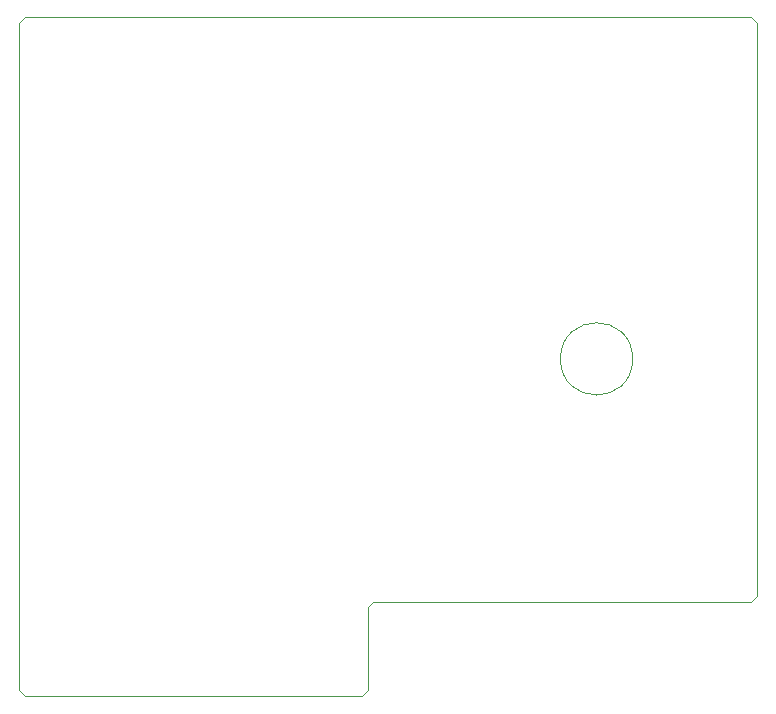
<source format=gm1>
G04 #@! TF.GenerationSoftware,KiCad,Pcbnew,(6.0.10-0)*
G04 #@! TF.CreationDate,2023-01-08T18:49:51+09:00*
G04 #@! TF.ProjectId,MEZZ180RAM,4d455a5a-3138-4305-9241-4d2e6b696361,A*
G04 #@! TF.SameCoordinates,PX5f5e100PY8f0d180*
G04 #@! TF.FileFunction,Profile,NP*
%FSLAX46Y46*%
G04 Gerber Fmt 4.6, Leading zero omitted, Abs format (unit mm)*
G04 Created by KiCad (PCBNEW (6.0.10-0)) date 2023-01-08 18:49:51*
%MOMM*%
%LPD*%
G01*
G04 APERTURE LIST*
G04 #@! TA.AperFunction,Profile*
%ADD10C,0.100000*%
G04 #@! TD*
G04 APERTURE END LIST*
D10*
X51953565Y28575000D02*
G75*
G03*
X51953565Y28575000I-3058565J0D01*
G01*
X62500000Y57000000D02*
X62500000Y8500000D01*
X62000000Y8000000D01*
X30000000Y8000000D01*
X29500000Y7589416D01*
X29500000Y500000D01*
X29000000Y0D01*
X500000Y0D01*
X0Y500000D01*
X0Y57000000D01*
X500000Y57500000D01*
X62000000Y57500000D01*
X62500000Y57000000D01*
M02*

</source>
